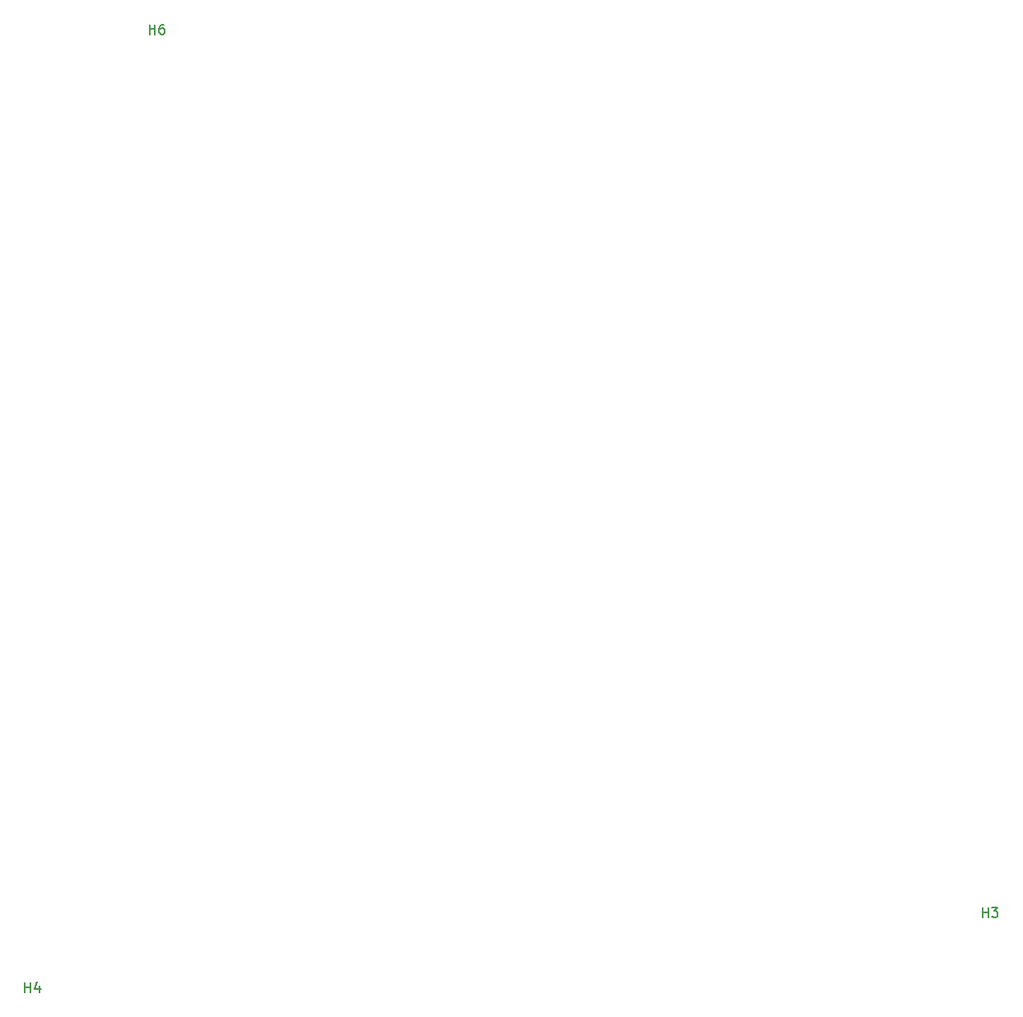
<source format=gbr>
%TF.GenerationSoftware,KiCad,Pcbnew,9.0.2+dfsg-1*%
%TF.CreationDate,2025-11-16T22:45:13+01:00*%
%TF.ProjectId,LuMo_bottom,4c754d6f-5f62-46f7-9474-6f6d2e6b6963,rev?*%
%TF.SameCoordinates,Original*%
%TF.FileFunction,AssemblyDrawing,Top*%
%FSLAX46Y46*%
G04 Gerber Fmt 4.6, Leading zero omitted, Abs format (unit mm)*
G04 Created by KiCad (PCBNEW 9.0.2+dfsg-1) date 2025-11-16 22:45:13*
%MOMM*%
%LPD*%
G01*
G04 APERTURE LIST*
%ADD10C,0.150000*%
G04 APERTURE END LIST*
D10*
X169238095Y-130834819D02*
X169238095Y-129834819D01*
X169238095Y-130311009D02*
X169809523Y-130311009D01*
X169809523Y-130834819D02*
X169809523Y-129834819D01*
X170190476Y-129834819D02*
X170809523Y-129834819D01*
X170809523Y-129834819D02*
X170476190Y-130215771D01*
X170476190Y-130215771D02*
X170619047Y-130215771D01*
X170619047Y-130215771D02*
X170714285Y-130263390D01*
X170714285Y-130263390D02*
X170761904Y-130311009D01*
X170761904Y-130311009D02*
X170809523Y-130406247D01*
X170809523Y-130406247D02*
X170809523Y-130644342D01*
X170809523Y-130644342D02*
X170761904Y-130739580D01*
X170761904Y-130739580D02*
X170714285Y-130787200D01*
X170714285Y-130787200D02*
X170619047Y-130834819D01*
X170619047Y-130834819D02*
X170333333Y-130834819D01*
X170333333Y-130834819D02*
X170238095Y-130787200D01*
X170238095Y-130787200D02*
X170190476Y-130739580D01*
X83538095Y-40054819D02*
X83538095Y-39054819D01*
X83538095Y-39531009D02*
X84109523Y-39531009D01*
X84109523Y-40054819D02*
X84109523Y-39054819D01*
X85014285Y-39054819D02*
X84823809Y-39054819D01*
X84823809Y-39054819D02*
X84728571Y-39102438D01*
X84728571Y-39102438D02*
X84680952Y-39150057D01*
X84680952Y-39150057D02*
X84585714Y-39292914D01*
X84585714Y-39292914D02*
X84538095Y-39483390D01*
X84538095Y-39483390D02*
X84538095Y-39864342D01*
X84538095Y-39864342D02*
X84585714Y-39959580D01*
X84585714Y-39959580D02*
X84633333Y-40007200D01*
X84633333Y-40007200D02*
X84728571Y-40054819D01*
X84728571Y-40054819D02*
X84919047Y-40054819D01*
X84919047Y-40054819D02*
X85014285Y-40007200D01*
X85014285Y-40007200D02*
X85061904Y-39959580D01*
X85061904Y-39959580D02*
X85109523Y-39864342D01*
X85109523Y-39864342D02*
X85109523Y-39626247D01*
X85109523Y-39626247D02*
X85061904Y-39531009D01*
X85061904Y-39531009D02*
X85014285Y-39483390D01*
X85014285Y-39483390D02*
X84919047Y-39435771D01*
X84919047Y-39435771D02*
X84728571Y-39435771D01*
X84728571Y-39435771D02*
X84633333Y-39483390D01*
X84633333Y-39483390D02*
X84585714Y-39531009D01*
X84585714Y-39531009D02*
X84538095Y-39626247D01*
X70738095Y-138534819D02*
X70738095Y-137534819D01*
X70738095Y-138011009D02*
X71309523Y-138011009D01*
X71309523Y-138534819D02*
X71309523Y-137534819D01*
X72214285Y-137868152D02*
X72214285Y-138534819D01*
X71976190Y-137487200D02*
X71738095Y-138201485D01*
X71738095Y-138201485D02*
X72357142Y-138201485D01*
M02*

</source>
